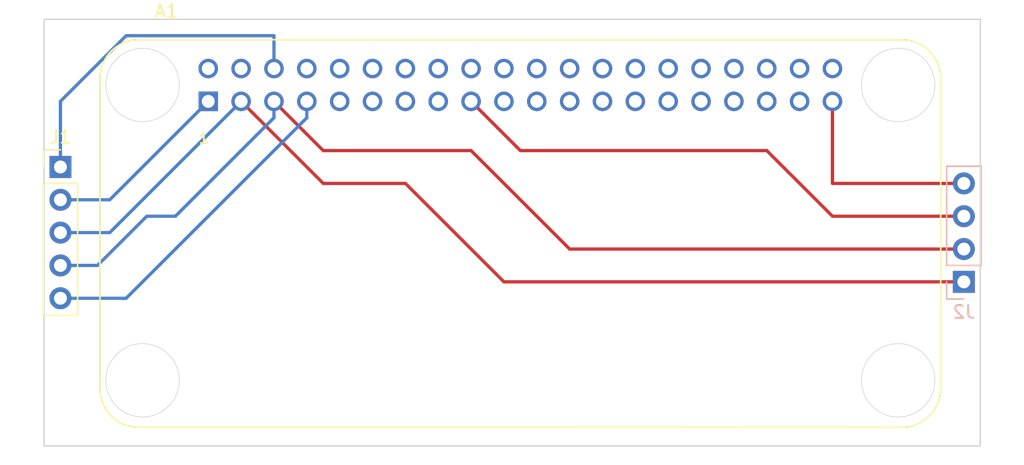
<source format=kicad_pcb>
(kicad_pcb (version 20171130) (host pcbnew "(5.1.10)-1")

  (general
    (thickness 1.6)
    (drawings 8)
    (tracks 31)
    (zones 0)
    (modules 3)
    (nets 41)
  )

  (page A4)
  (layers
    (0 F.Cu signal)
    (31 B.Cu signal)
    (32 B.Adhes user)
    (33 F.Adhes user)
    (34 B.Paste user)
    (35 F.Paste user)
    (36 B.SilkS user)
    (37 F.SilkS user)
    (38 B.Mask user)
    (39 F.Mask user)
    (40 Dwgs.User user)
    (41 Cmts.User user)
    (42 Eco1.User user)
    (43 Eco2.User user)
    (44 Edge.Cuts user)
    (45 Margin user)
    (46 B.CrtYd user)
    (47 F.CrtYd user)
    (48 B.Fab user)
    (49 F.Fab user)
  )

  (setup
    (last_trace_width 0.25)
    (trace_clearance 0.2)
    (zone_clearance 0.508)
    (zone_45_only no)
    (trace_min 0.2)
    (via_size 0.8)
    (via_drill 0.4)
    (via_min_size 0.4)
    (via_min_drill 0.3)
    (uvia_size 0.3)
    (uvia_drill 0.1)
    (uvias_allowed no)
    (uvia_min_size 0.2)
    (uvia_min_drill 0.1)
    (edge_width 0.05)
    (segment_width 0.2)
    (pcb_text_width 0.3)
    (pcb_text_size 1.5 1.5)
    (mod_edge_width 0.12)
    (mod_text_size 1 1)
    (mod_text_width 0.15)
    (pad_size 1.524 1.524)
    (pad_drill 0.762)
    (pad_to_mask_clearance 0)
    (aux_axis_origin 0 0)
    (visible_elements 7FFFFFFF)
    (pcbplotparams
      (layerselection 0x010fc_ffffffff)
      (usegerberextensions false)
      (usegerberattributes true)
      (usegerberadvancedattributes true)
      (creategerberjobfile true)
      (excludeedgelayer true)
      (linewidth 0.100000)
      (plotframeref false)
      (viasonmask false)
      (mode 1)
      (useauxorigin false)
      (hpglpennumber 1)
      (hpglpenspeed 20)
      (hpglpendiameter 15.000000)
      (psnegative false)
      (psa4output false)
      (plotreference true)
      (plotvalue true)
      (plotinvisibletext false)
      (padsonsilk false)
      (subtractmaskfromsilk false)
      (outputformat 1)
      (mirror false)
      (drillshape 1)
      (scaleselection 1)
      (outputdirectory ""))
  )

  (net 0 "")
  (net 1 "Net-(A1-Pad40)")
  (net 2 "Net-(A1-Pad39)")
  (net 3 "Net-(A1-Pad38)")
  (net 4 "Net-(A1-Pad37)")
  (net 5 "Net-(A1-Pad36)")
  (net 6 "Net-(A1-Pad35)")
  (net 7 "Net-(A1-Pad34)")
  (net 8 "Net-(A1-Pad33)")
  (net 9 "Net-(A1-Pad32)")
  (net 10 "Net-(A1-Pad31)")
  (net 11 "Net-(A1-Pad30)")
  (net 12 "Net-(A1-Pad29)")
  (net 13 "Net-(A1-Pad28)")
  (net 14 "Net-(A1-Pad27)")
  (net 15 "Net-(A1-Pad26)")
  (net 16 "Net-(A1-Pad25)")
  (net 17 "Net-(A1-Pad24)")
  (net 18 "Net-(A1-Pad23)")
  (net 19 "Net-(A1-Pad22)")
  (net 20 "Net-(A1-Pad21)")
  (net 21 "Net-(A1-Pad20)")
  (net 22 "Net-(A1-Pad19)")
  (net 23 "Net-(A1-Pad18)")
  (net 24 "Net-(A1-Pad17)")
  (net 25 "Net-(A1-Pad16)")
  (net 26 "Net-(A1-Pad15)")
  (net 27 "Net-(A1-Pad14)")
  (net 28 "Net-(A1-Pad13)")
  (net 29 "Net-(A1-Pad12)")
  (net 30 "Net-(A1-Pad11)")
  (net 31 "Net-(A1-Pad10)")
  (net 32 "Net-(A1-Pad9)")
  (net 33 "Net-(A1-Pad8)")
  (net 34 "Net-(A1-Pad7)")
  (net 35 "Net-(A1-Pad6)")
  (net 36 "Net-(A1-Pad5)")
  (net 37 "Net-(A1-Pad4)")
  (net 38 "Net-(A1-Pad3)")
  (net 39 "Net-(A1-Pad2)")
  (net 40 "Net-(A1-Pad1)")

  (net_class Default "This is the default net class."
    (clearance 0.2)
    (trace_width 0.25)
    (via_dia 0.8)
    (via_drill 0.4)
    (uvia_dia 0.3)
    (uvia_drill 0.1)
    (add_net "Net-(A1-Pad1)")
    (add_net "Net-(A1-Pad10)")
    (add_net "Net-(A1-Pad11)")
    (add_net "Net-(A1-Pad12)")
    (add_net "Net-(A1-Pad13)")
    (add_net "Net-(A1-Pad14)")
    (add_net "Net-(A1-Pad15)")
    (add_net "Net-(A1-Pad16)")
    (add_net "Net-(A1-Pad17)")
    (add_net "Net-(A1-Pad18)")
    (add_net "Net-(A1-Pad19)")
    (add_net "Net-(A1-Pad2)")
    (add_net "Net-(A1-Pad20)")
    (add_net "Net-(A1-Pad21)")
    (add_net "Net-(A1-Pad22)")
    (add_net "Net-(A1-Pad23)")
    (add_net "Net-(A1-Pad24)")
    (add_net "Net-(A1-Pad25)")
    (add_net "Net-(A1-Pad26)")
    (add_net "Net-(A1-Pad27)")
    (add_net "Net-(A1-Pad28)")
    (add_net "Net-(A1-Pad29)")
    (add_net "Net-(A1-Pad3)")
    (add_net "Net-(A1-Pad30)")
    (add_net "Net-(A1-Pad31)")
    (add_net "Net-(A1-Pad32)")
    (add_net "Net-(A1-Pad33)")
    (add_net "Net-(A1-Pad34)")
    (add_net "Net-(A1-Pad35)")
    (add_net "Net-(A1-Pad36)")
    (add_net "Net-(A1-Pad37)")
    (add_net "Net-(A1-Pad38)")
    (add_net "Net-(A1-Pad39)")
    (add_net "Net-(A1-Pad4)")
    (add_net "Net-(A1-Pad40)")
    (add_net "Net-(A1-Pad5)")
    (add_net "Net-(A1-Pad6)")
    (add_net "Net-(A1-Pad7)")
    (add_net "Net-(A1-Pad8)")
    (add_net "Net-(A1-Pad9)")
  )

  (module Connector_PinHeader_2.54mm:PinHeader_1x05_P2.54mm_Vertical (layer F.Cu) (tedit 59FED5CC) (tstamp 6180C667)
    (at 118.11 92.71)
    (descr "Through hole straight pin header, 1x05, 2.54mm pitch, single row")
    (tags "Through hole pin header THT 1x05 2.54mm single row")
    (path /6180C379)
    (fp_text reference J1 (at 0 -2.33) (layer F.SilkS)
      (effects (font (size 1 1) (thickness 0.15)))
    )
    (fp_text value Conn_01x05 (at 0 12.49) (layer F.Fab)
      (effects (font (size 1 1) (thickness 0.15)))
    )
    (fp_line (start 1.8 -1.8) (end -1.8 -1.8) (layer F.CrtYd) (width 0.05))
    (fp_line (start 1.8 11.95) (end 1.8 -1.8) (layer F.CrtYd) (width 0.05))
    (fp_line (start -1.8 11.95) (end 1.8 11.95) (layer F.CrtYd) (width 0.05))
    (fp_line (start -1.8 -1.8) (end -1.8 11.95) (layer F.CrtYd) (width 0.05))
    (fp_line (start -1.33 -1.33) (end 0 -1.33) (layer F.SilkS) (width 0.12))
    (fp_line (start -1.33 0) (end -1.33 -1.33) (layer F.SilkS) (width 0.12))
    (fp_line (start -1.33 1.27) (end 1.33 1.27) (layer F.SilkS) (width 0.12))
    (fp_line (start 1.33 1.27) (end 1.33 11.49) (layer F.SilkS) (width 0.12))
    (fp_line (start -1.33 1.27) (end -1.33 11.49) (layer F.SilkS) (width 0.12))
    (fp_line (start -1.33 11.49) (end 1.33 11.49) (layer F.SilkS) (width 0.12))
    (fp_line (start -1.27 -0.635) (end -0.635 -1.27) (layer F.Fab) (width 0.1))
    (fp_line (start -1.27 11.43) (end -1.27 -0.635) (layer F.Fab) (width 0.1))
    (fp_line (start 1.27 11.43) (end -1.27 11.43) (layer F.Fab) (width 0.1))
    (fp_line (start 1.27 -1.27) (end 1.27 11.43) (layer F.Fab) (width 0.1))
    (fp_line (start -0.635 -1.27) (end 1.27 -1.27) (layer F.Fab) (width 0.1))
    (fp_text user %R (at 0 5.08 90) (layer F.Fab)
      (effects (font (size 1 1) (thickness 0.15)))
    )
    (pad 5 thru_hole oval (at 0 10.16) (size 1.7 1.7) (drill 1) (layers *.Cu *.Mask)
      (net 34 "Net-(A1-Pad7)"))
    (pad 4 thru_hole oval (at 0 7.62) (size 1.7 1.7) (drill 1) (layers *.Cu *.Mask)
      (net 36 "Net-(A1-Pad5)"))
    (pad 3 thru_hole oval (at 0 5.08) (size 1.7 1.7) (drill 1) (layers *.Cu *.Mask)
      (net 38 "Net-(A1-Pad3)"))
    (pad 2 thru_hole oval (at 0 2.54) (size 1.7 1.7) (drill 1) (layers *.Cu *.Mask)
      (net 40 "Net-(A1-Pad1)"))
    (pad 1 thru_hole rect (at 0 0) (size 1.7 1.7) (drill 1) (layers *.Cu *.Mask)
      (net 35 "Net-(A1-Pad6)"))
    (model ${KISYS3DMOD}/Connector_PinHeader_2.54mm.3dshapes/PinHeader_1x05_P2.54mm_Vertical.wrl
      (at (xyz 0 0 0))
      (scale (xyz 1 1 1))
      (rotate (xyz 0 0 0))
    )
  )

  (module Connector_PinHeader_2.54mm:PinHeader_1x04_P2.54mm_Vertical (layer B.Cu) (tedit 59FED5CC) (tstamp 6180C67F)
    (at 187.96 101.6)
    (descr "Through hole straight pin header, 1x04, 2.54mm pitch, single row")
    (tags "Through hole pin header THT 1x04 2.54mm single row")
    (path /6180A98B)
    (fp_text reference J2 (at 0 2.33) (layer B.SilkS)
      (effects (font (size 1 1) (thickness 0.15)) (justify mirror))
    )
    (fp_text value Conn_01x04 (at 0 -9.95) (layer B.Fab)
      (effects (font (size 1 1) (thickness 0.15)) (justify mirror))
    )
    (fp_line (start 1.8 1.8) (end -1.8 1.8) (layer B.CrtYd) (width 0.05))
    (fp_line (start 1.8 -9.4) (end 1.8 1.8) (layer B.CrtYd) (width 0.05))
    (fp_line (start -1.8 -9.4) (end 1.8 -9.4) (layer B.CrtYd) (width 0.05))
    (fp_line (start -1.8 1.8) (end -1.8 -9.4) (layer B.CrtYd) (width 0.05))
    (fp_line (start -1.33 1.33) (end 0 1.33) (layer B.SilkS) (width 0.12))
    (fp_line (start -1.33 0) (end -1.33 1.33) (layer B.SilkS) (width 0.12))
    (fp_line (start -1.33 -1.27) (end 1.33 -1.27) (layer B.SilkS) (width 0.12))
    (fp_line (start 1.33 -1.27) (end 1.33 -8.95) (layer B.SilkS) (width 0.12))
    (fp_line (start -1.33 -1.27) (end -1.33 -8.95) (layer B.SilkS) (width 0.12))
    (fp_line (start -1.33 -8.95) (end 1.33 -8.95) (layer B.SilkS) (width 0.12))
    (fp_line (start -1.27 0.635) (end -0.635 1.27) (layer B.Fab) (width 0.1))
    (fp_line (start -1.27 -8.89) (end -1.27 0.635) (layer B.Fab) (width 0.1))
    (fp_line (start 1.27 -8.89) (end -1.27 -8.89) (layer B.Fab) (width 0.1))
    (fp_line (start 1.27 1.27) (end 1.27 -8.89) (layer B.Fab) (width 0.1))
    (fp_line (start -0.635 1.27) (end 1.27 1.27) (layer B.Fab) (width 0.1))
    (fp_text user %R (at 0 -3.81 -90) (layer B.Fab)
      (effects (font (size 1 1) (thickness 0.15)) (justify mirror))
    )
    (pad 4 thru_hole oval (at 0 -7.62) (size 1.7 1.7) (drill 1) (layers *.Cu *.Mask)
      (net 2 "Net-(A1-Pad39)"))
    (pad 3 thru_hole oval (at 0 -5.08) (size 1.7 1.7) (drill 1) (layers *.Cu *.Mask)
      (net 24 "Net-(A1-Pad17)"))
    (pad 2 thru_hole oval (at 0 -2.54) (size 1.7 1.7) (drill 1) (layers *.Cu *.Mask)
      (net 36 "Net-(A1-Pad5)"))
    (pad 1 thru_hole rect (at 0 0) (size 1.7 1.7) (drill 1) (layers *.Cu *.Mask)
      (net 38 "Net-(A1-Pad3)"))
    (model ${KISYS3DMOD}/Connector_PinHeader_2.54mm.3dshapes/PinHeader_1x04_P2.54mm_Vertical.wrl
      (at (xyz 0 0 0))
      (scale (xyz 1 1 1))
      (rotate (xyz 0 0 0))
    )
  )

  (module ADA3708:ADA3708_RPI-ZERO (layer F.Cu) (tedit 617B439F) (tstamp 6180C64E)
    (at 153.67 86.36)
    (descr "Raspberry Pi board model B+, full outline with position of big connectors &amp; drill holes")
    (path /61800746)
    (fp_text reference A1 (at -27.3566 -5.72581) (layer F.SilkS)
      (effects (font (size 1.00189 1.00189) (thickness 0.15)))
    )
    (fp_text value ADA3708 (at -21.60222 28.591045) (layer F.Fab)
      (effects (font (size 1.000559 1.000559) (thickness 0.15)))
    )
    (fp_line (start 17 26.5) (end 25.35 26.5) (layer F.SilkS) (width 0.127))
    (fp_line (start 4.4 26.5) (end 12.75 26.5) (layer F.SilkS) (width 0.127))
    (fp_line (start -32.5 -0.5) (end -32.5 23.5) (layer F.SilkS) (width 0.127))
    (fp_line (start 29.5 -3.5) (end -29.5 -3.5) (layer F.SilkS) (width 0.127))
    (fp_line (start 32.5 23.5) (end 32.5 -0.5) (layer F.SilkS) (width 0.127))
    (fp_line (start -29.5 26.5) (end 29.5 26.5) (layer F.SilkS) (width 0.127))
    (fp_line (start -32.75 27.25) (end -32.75 -3.75) (layer F.CrtYd) (width 0.05))
    (fp_line (start 32.75 27.25) (end -32.75 27.25) (layer F.CrtYd) (width 0.05))
    (fp_line (start 32.75 -3.75) (end 32.75 27.25) (layer F.CrtYd) (width 0.05))
    (fp_line (start -32.75 -3.75) (end 32.75 -3.75) (layer F.CrtYd) (width 0.05))
    (fp_line (start 25.4 -2.54) (end -25.4 -2.54) (layer F.Fab) (width 0.127))
    (fp_line (start 25.4 2.54) (end 25.4 -2.54) (layer F.Fab) (width 0.127))
    (fp_line (start -25.4 2.54) (end 25.4 2.54) (layer F.Fab) (width 0.127))
    (fp_line (start -25.4 -2.54) (end -25.4 2.54) (layer F.Fab) (width 0.127))
    (fp_line (start 25.6 27) (end 25.35 26.5) (layer F.Fab) (width 0.127))
    (fp_line (start 17.6 27) (end 25.6 27) (layer F.Fab) (width 0.127))
    (fp_line (start 17.85 26.5) (end 17.6 27) (layer F.Fab) (width 0.127))
    (fp_line (start 25.35 20.75) (end 25.35 26.5) (layer F.Fab) (width 0.127))
    (fp_line (start 17.85 20.75) (end 25.35 20.75) (layer F.Fab) (width 0.127))
    (fp_line (start 17.85 26.5) (end 17.85 20.75) (layer F.Fab) (width 0.127))
    (fp_line (start 17.85 26.5) (end 25.35 26.5) (layer F.Fab) (width 0.127))
    (fp_line (start 17 26.5) (end 17.85 26.5) (layer F.Fab) (width 0.127))
    (fp_line (start 13 27) (end 12.75 26.5) (layer F.Fab) (width 0.127))
    (fp_line (start 5 27) (end 13 27) (layer F.Fab) (width 0.127))
    (fp_line (start 5.25 26.5) (end 5 27) (layer F.Fab) (width 0.127))
    (fp_line (start 12.75 20.75) (end 12.75 26.5) (layer F.Fab) (width 0.127))
    (fp_line (start 5.25 20.75) (end 12.75 20.75) (layer F.Fab) (width 0.127))
    (fp_line (start 5.25 26.5) (end 5.25 20.75) (layer F.Fab) (width 0.127))
    (fp_line (start 5.25 26.5) (end 12.75 26.5) (layer F.Fab) (width 0.127))
    (fp_line (start 4.4 26.5) (end 5.25 26.5) (layer F.Fab) (width 0.127))
    (fp_line (start -17.9 27) (end -18.15 26.5) (layer F.Fab) (width 0.127))
    (fp_line (start -25.9 27) (end -17.9 27) (layer F.Fab) (width 0.127))
    (fp_line (start -25.65 26.5) (end -25.9 27) (layer F.Fab) (width 0.127))
    (fp_line (start -18.15 20.75) (end -18.15 26.5) (layer F.Fab) (width 0.127))
    (fp_line (start -25.65 20.75) (end -18.15 20.75) (layer F.Fab) (width 0.127))
    (fp_line (start -25.65 26.5) (end -25.65 20.75) (layer F.Fab) (width 0.127))
    (fp_line (start -32.5 -0.5) (end -32.5 23.5) (layer F.Fab) (width 0.127))
    (fp_line (start 29.5 -3.5) (end -29.5 -3.5) (layer F.Fab) (width 0.127))
    (fp_line (start 32.5 23.5) (end 32.5 -0.5) (layer F.Fab) (width 0.127))
    (fp_line (start -18.15 26.5) (end 29.5 26.5) (layer F.Fab) (width 0.127))
    (fp_line (start -25.65 26.5) (end -18.15 26.5) (layer F.Fab) (width 0.127))
    (fp_line (start -29.5 26.5) (end -25.65 26.5) (layer F.Fab) (width 0.127))
    (fp_circle (center -29 0) (end -25.9 0) (layer F.Fab) (width 0.127))
    (fp_circle (center 29 0) (end 32.1 0) (layer F.Fab) (width 0.127))
    (fp_circle (center 29 23) (end 32.1 23) (layer F.Fab) (width 0.127))
    (fp_circle (center -29 23) (end -25.9 23) (layer F.Fab) (width 0.127))
    (fp_arc (start -29.5 -0.5) (end -32.5 -0.5) (angle 90) (layer F.SilkS) (width 0.127))
    (fp_arc (start 29.5 -0.5) (end 29.5 -3.5) (angle 90) (layer F.SilkS) (width 0.127))
    (fp_arc (start 29.5 23.5) (end 32.5 23.5) (angle 90) (layer F.SilkS) (width 0.127))
    (fp_arc (start -29.5 23.5) (end -29.5 26.5) (angle 90) (layer F.SilkS) (width 0.127))
    (fp_text user 1 (at -24.4727 4.13175) (layer F.SilkS)
      (effects (font (size 0.800827 0.800827) (thickness 0.15)))
    )
    (fp_arc (start -29.5 -0.5) (end -32.5 -0.5) (angle 90) (layer F.Fab) (width 0.127))
    (fp_arc (start 29.5 -0.5) (end 29.5 -3.5) (angle 90) (layer F.Fab) (width 0.127))
    (fp_arc (start 29.5 23.5) (end 32.5 23.5) (angle 90) (layer F.Fab) (width 0.127))
    (fp_arc (start -29.5 23.5) (end -29.5 26.5) (angle 90) (layer F.Fab) (width 0.127))
    (pad None np_thru_hole circle (at 29 0) (size 2.75 2.75) (drill 2.75) (layers *.Cu *.Mask))
    (pad None np_thru_hole circle (at 29 23) (size 2.75 2.75) (drill 2.75) (layers *.Cu *.Mask))
    (pad None np_thru_hole circle (at -29 0) (size 2.75 2.75) (drill 2.75) (layers *.Cu *.Mask))
    (pad None np_thru_hole circle (at -29 23) (size 2.75 2.75) (drill 2.75) (layers *.Cu *.Mask))
    (pad 40 thru_hole circle (at 24.13 -1.27) (size 1.508 1.508) (drill 1) (layers *.Cu *.Mask)
      (net 1 "Net-(A1-Pad40)"))
    (pad 39 thru_hole circle (at 24.13 1.27) (size 1.508 1.508) (drill 1) (layers *.Cu *.Mask)
      (net 2 "Net-(A1-Pad39)"))
    (pad 38 thru_hole circle (at 21.59 -1.27) (size 1.508 1.508) (drill 1) (layers *.Cu *.Mask)
      (net 3 "Net-(A1-Pad38)"))
    (pad 37 thru_hole circle (at 21.59 1.27) (size 1.508 1.508) (drill 1) (layers *.Cu *.Mask)
      (net 4 "Net-(A1-Pad37)"))
    (pad 36 thru_hole circle (at 19.05 -1.27) (size 1.508 1.508) (drill 1) (layers *.Cu *.Mask)
      (net 5 "Net-(A1-Pad36)"))
    (pad 35 thru_hole circle (at 19.05 1.27) (size 1.508 1.508) (drill 1) (layers *.Cu *.Mask)
      (net 6 "Net-(A1-Pad35)"))
    (pad 34 thru_hole circle (at 16.51 -1.27) (size 1.508 1.508) (drill 1) (layers *.Cu *.Mask)
      (net 7 "Net-(A1-Pad34)"))
    (pad 33 thru_hole circle (at 16.51 1.27) (size 1.508 1.508) (drill 1) (layers *.Cu *.Mask)
      (net 8 "Net-(A1-Pad33)"))
    (pad 32 thru_hole circle (at 13.97 -1.27) (size 1.508 1.508) (drill 1) (layers *.Cu *.Mask)
      (net 9 "Net-(A1-Pad32)"))
    (pad 31 thru_hole circle (at 13.97 1.27) (size 1.508 1.508) (drill 1) (layers *.Cu *.Mask)
      (net 10 "Net-(A1-Pad31)"))
    (pad 30 thru_hole circle (at 11.43 -1.27) (size 1.508 1.508) (drill 1) (layers *.Cu *.Mask)
      (net 11 "Net-(A1-Pad30)"))
    (pad 29 thru_hole circle (at 11.43 1.27) (size 1.508 1.508) (drill 1) (layers *.Cu *.Mask)
      (net 12 "Net-(A1-Pad29)"))
    (pad 28 thru_hole circle (at 8.89 -1.27) (size 1.508 1.508) (drill 1) (layers *.Cu *.Mask)
      (net 13 "Net-(A1-Pad28)"))
    (pad 27 thru_hole circle (at 8.89 1.27) (size 1.508 1.508) (drill 1) (layers *.Cu *.Mask)
      (net 14 "Net-(A1-Pad27)"))
    (pad 26 thru_hole circle (at 6.35 -1.27) (size 1.508 1.508) (drill 1) (layers *.Cu *.Mask)
      (net 15 "Net-(A1-Pad26)"))
    (pad 25 thru_hole circle (at 6.35 1.27) (size 1.508 1.508) (drill 1) (layers *.Cu *.Mask)
      (net 16 "Net-(A1-Pad25)"))
    (pad 24 thru_hole circle (at 3.81 -1.27) (size 1.508 1.508) (drill 1) (layers *.Cu *.Mask)
      (net 17 "Net-(A1-Pad24)"))
    (pad 23 thru_hole circle (at 3.81 1.27) (size 1.508 1.508) (drill 1) (layers *.Cu *.Mask)
      (net 18 "Net-(A1-Pad23)"))
    (pad 22 thru_hole circle (at 1.27 -1.27) (size 1.508 1.508) (drill 1) (layers *.Cu *.Mask)
      (net 19 "Net-(A1-Pad22)"))
    (pad 21 thru_hole circle (at 1.27 1.27) (size 1.508 1.508) (drill 1) (layers *.Cu *.Mask)
      (net 20 "Net-(A1-Pad21)"))
    (pad 20 thru_hole circle (at -1.27 -1.27) (size 1.508 1.508) (drill 1) (layers *.Cu *.Mask)
      (net 21 "Net-(A1-Pad20)"))
    (pad 19 thru_hole circle (at -1.27 1.27) (size 1.508 1.508) (drill 1) (layers *.Cu *.Mask)
      (net 22 "Net-(A1-Pad19)"))
    (pad 18 thru_hole circle (at -3.81 -1.27) (size 1.508 1.508) (drill 1) (layers *.Cu *.Mask)
      (net 23 "Net-(A1-Pad18)"))
    (pad 17 thru_hole circle (at -3.81 1.27) (size 1.508 1.508) (drill 1) (layers *.Cu *.Mask)
      (net 24 "Net-(A1-Pad17)"))
    (pad 16 thru_hole circle (at -6.35 -1.27) (size 1.508 1.508) (drill 1) (layers *.Cu *.Mask)
      (net 25 "Net-(A1-Pad16)"))
    (pad 15 thru_hole circle (at -6.35 1.27) (size 1.508 1.508) (drill 1) (layers *.Cu *.Mask)
      (net 26 "Net-(A1-Pad15)"))
    (pad 14 thru_hole circle (at -8.89 -1.27) (size 1.508 1.508) (drill 1) (layers *.Cu *.Mask)
      (net 27 "Net-(A1-Pad14)"))
    (pad 13 thru_hole circle (at -8.89 1.27) (size 1.508 1.508) (drill 1) (layers *.Cu *.Mask)
      (net 28 "Net-(A1-Pad13)"))
    (pad 12 thru_hole circle (at -11.43 -1.27) (size 1.508 1.508) (drill 1) (layers *.Cu *.Mask)
      (net 29 "Net-(A1-Pad12)"))
    (pad 11 thru_hole circle (at -11.43 1.27) (size 1.508 1.508) (drill 1) (layers *.Cu *.Mask)
      (net 30 "Net-(A1-Pad11)"))
    (pad 10 thru_hole circle (at -13.97 -1.27) (size 1.508 1.508) (drill 1) (layers *.Cu *.Mask)
      (net 31 "Net-(A1-Pad10)"))
    (pad 9 thru_hole circle (at -13.97 1.27) (size 1.508 1.508) (drill 1) (layers *.Cu *.Mask)
      (net 32 "Net-(A1-Pad9)"))
    (pad 8 thru_hole circle (at -16.51 -1.27) (size 1.508 1.508) (drill 1) (layers *.Cu *.Mask)
      (net 33 "Net-(A1-Pad8)"))
    (pad 7 thru_hole circle (at -16.51 1.27) (size 1.508 1.508) (drill 1) (layers *.Cu *.Mask)
      (net 34 "Net-(A1-Pad7)"))
    (pad 6 thru_hole circle (at -19.05 -1.27) (size 1.508 1.508) (drill 1) (layers *.Cu *.Mask)
      (net 35 "Net-(A1-Pad6)"))
    (pad 5 thru_hole circle (at -19.05 1.27) (size 1.508 1.508) (drill 1) (layers *.Cu *.Mask)
      (net 36 "Net-(A1-Pad5)"))
    (pad 4 thru_hole circle (at -21.59 -1.27) (size 1.508 1.508) (drill 1) (layers *.Cu *.Mask)
      (net 37 "Net-(A1-Pad4)"))
    (pad 3 thru_hole circle (at -21.59 1.27) (size 1.508 1.508) (drill 1) (layers *.Cu *.Mask)
      (net 38 "Net-(A1-Pad3)"))
    (pad 2 thru_hole circle (at -24.13 -1.27) (size 1.508 1.508) (drill 1) (layers *.Cu *.Mask)
      (net 39 "Net-(A1-Pad2)"))
    (pad 1 thru_hole rect (at -24.13 1.27) (size 1.508 1.508) (drill 1) (layers *.Cu *.Mask)
      (net 40 "Net-(A1-Pad1)"))
  )

  (gr_line (start 189.23 81.28) (end 189.23 114.3) (layer Edge.Cuts) (width 0.1))
  (gr_line (start 116.84 81.28) (end 189.23 81.28) (layer Edge.Cuts) (width 0.1))
  (gr_line (start 116.84 114.3) (end 116.84 81.28) (layer Edge.Cuts) (width 0.1))
  (gr_line (start 189.23 114.3) (end 116.84 114.3) (layer Edge.Cuts) (width 0.1))
  (gr_circle (center 124.46 109.22) (end 127 110.49) (layer Edge.Cuts) (width 0.05))
  (gr_circle (center 182.88 109.22) (end 185.42 110.49) (layer Edge.Cuts) (width 0.05))
  (gr_circle (center 182.88 86.36) (end 185.42 87.63) (layer Edge.Cuts) (width 0.05))
  (gr_circle (center 124.46 86.36) (end 127 87.63) (layer Edge.Cuts) (width 0.05))

  (segment (start 187.96 93.98) (end 177.8 93.98) (width 0.25) (layer F.Cu) (net 2))
  (segment (start 177.8 93.98) (end 177.8 87.63) (width 0.25) (layer F.Cu) (net 2))
  (segment (start 187.96 96.52) (end 177.8 96.52) (width 0.25) (layer F.Cu) (net 24))
  (segment (start 177.8 96.52) (end 172.72 91.44) (width 0.25) (layer F.Cu) (net 24))
  (segment (start 153.67 91.44) (end 149.86 87.63) (width 0.25) (layer F.Cu) (net 24))
  (segment (start 172.72 91.44) (end 153.67 91.44) (width 0.25) (layer F.Cu) (net 24))
  (segment (start 137.16 88.9) (end 137.16 87.63) (width 0.25) (layer B.Cu) (net 34))
  (segment (start 123.19 102.87) (end 137.16 88.9) (width 0.25) (layer B.Cu) (net 34))
  (segment (start 118.11 102.87) (end 123.19 102.87) (width 0.25) (layer B.Cu) (net 34))
  (segment (start 123.19 102.87) (end 122.880512 102.87) (width 0.25) (layer B.Cu) (net 34))
  (segment (start 118.11 92.71) (end 118.11 87.63) (width 0.25) (layer B.Cu) (net 35))
  (segment (start 118.11 87.63) (end 123.19 82.55) (width 0.25) (layer B.Cu) (net 35))
  (segment (start 123.19 82.55) (end 134.62 82.55) (width 0.25) (layer B.Cu) (net 35))
  (segment (start 134.62 82.55) (end 134.62 85.09) (width 0.25) (layer B.Cu) (net 35))
  (segment (start 187.96 99.06) (end 157.48 99.06) (width 0.25) (layer F.Cu) (net 36))
  (segment (start 157.48 99.06) (end 149.86 91.44) (width 0.25) (layer F.Cu) (net 36))
  (segment (start 138.43 91.44) (end 134.62 87.63) (width 0.25) (layer F.Cu) (net 36))
  (segment (start 149.86 91.44) (end 138.43 91.44) (width 0.25) (layer F.Cu) (net 36))
  (segment (start 120.976922 100.33) (end 124.786922 96.52) (width 0.25) (layer B.Cu) (net 36))
  (segment (start 124.786922 96.52) (end 127 96.52) (width 0.25) (layer B.Cu) (net 36))
  (segment (start 134.62 88.9) (end 134.62 87.63) (width 0.25) (layer B.Cu) (net 36))
  (segment (start 127 96.52) (end 134.62 88.9) (width 0.25) (layer B.Cu) (net 36))
  (segment (start 118.11 100.33) (end 120.976922 100.33) (width 0.25) (layer B.Cu) (net 36))
  (segment (start 138.43 93.98) (end 132.08 87.63) (width 0.25) (layer F.Cu) (net 38))
  (segment (start 144.78 93.98) (end 138.43 93.98) (width 0.25) (layer F.Cu) (net 38))
  (segment (start 152.4 101.6) (end 144.78 93.98) (width 0.25) (layer F.Cu) (net 38))
  (segment (start 187.96 101.6) (end 152.4 101.6) (width 0.25) (layer F.Cu) (net 38))
  (segment (start 121.92 97.79) (end 132.08 87.63) (width 0.25) (layer B.Cu) (net 38))
  (segment (start 118.11 97.79) (end 121.92 97.79) (width 0.25) (layer B.Cu) (net 38))
  (segment (start 121.92 95.25) (end 129.54 87.63) (width 0.25) (layer B.Cu) (net 40))
  (segment (start 118.11 95.25) (end 121.92 95.25) (width 0.25) (layer B.Cu) (net 40))

)

</source>
